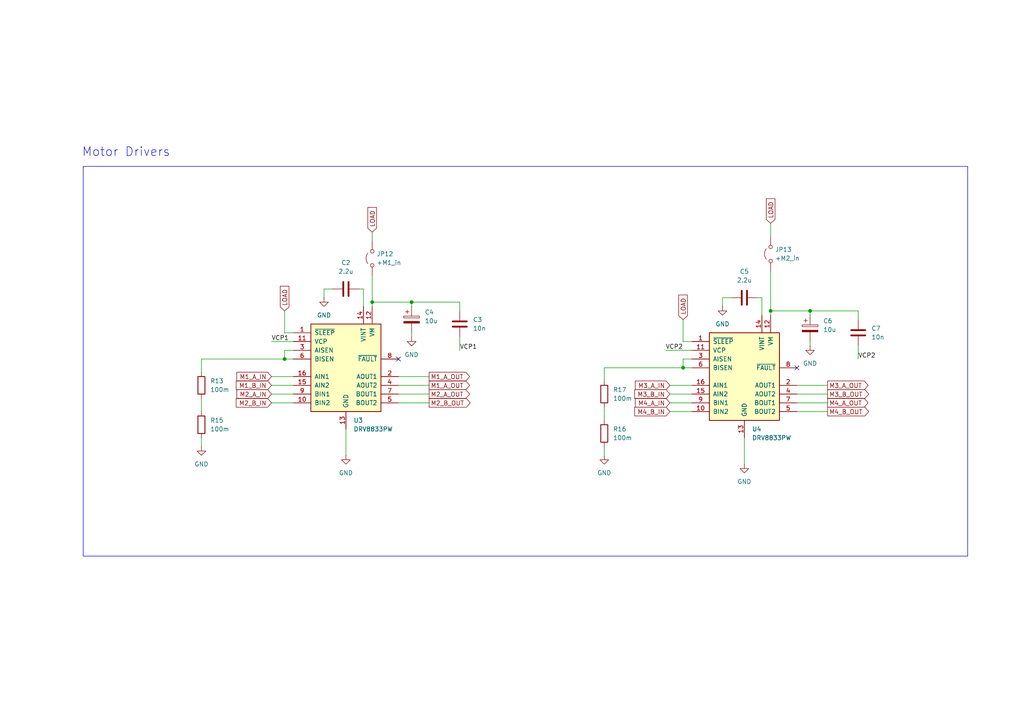
<source format=kicad_sch>
(kicad_sch (version 20231120) (generator "eeschema") (generator_version "8.0")
  (paper "A4")
  (title_block (title "Power Module") (date "2025-03-23") (rev "1") (company "University Of Cape Town") (comment 4 "Author: Khanzi Olwethu[KHNOLW003], Athenkosi Khonzani[KHNATH002]"))
  (lib_symbols
    (symbol "Device:C" (pin_numbers hide) (pin_names (offset 0.254))
      (property "Reference" "C" (at 0.635 2.54 0))
      (property "Value" "C" (at 0.635 -2.54 0))
      (symbol "C_0_1"
        (polyline (pts (xy -2.032 -0.762) (xy 2.032 -0.762)) (stroke (width 0.508)))
        (polyline (pts (xy -2.032 0.762) (xy 2.032 0.762)) (stroke (width 0.508)))
      )
      (symbol "C_1_1"
        (pin passive line (at 0 3.81 270) (length 2.794) (name "~") (number "1"))
        (pin passive line (at 0 -3.81 90) (length 2.794) (name "~") (number "2"))
      )
    )
    (symbol "Device:C_Polarized" (pin_numbers hide) (pin_names (offset 0.254))
      (property "Reference" "C" (at 0.635 2.54 0))
      (property "Value" "C_Polarized" (at 0.635 -2.54 0))
      (symbol "C_Polarized_0_1"
        (rectangle (start -2.286 0.508) (end 2.286 1.016))
        (polyline (pts (xy -1.778 2.286) (xy -0.762 2.286)))
        (polyline (pts (xy -1.27 2.794) (xy -1.27 1.778)))
        (rectangle (start 2.286 -0.508) (end -2.286 -1.016) (fill (type outline)))
      )
      (symbol "C_Polarized_1_1"
        (pin passive line (at 0 3.81 270) (length 2.794) (name "~") (number "1"))
        (pin passive line (at 0 -3.81 90) (length 2.794) (name "~") (number "2"))
      )
    )
    (symbol "Device:R" (pin_numbers hide) (pin_names (offset 0))
      (property "Reference" "R" (at 2.032 0 90))
      (property "Value" "R" (at 0 0 90))
      (symbol "R_0_1"
        (rectangle (start -1.016 -2.54) (end 1.016 2.54) (stroke (width 0.254)))
      )
      (symbol "R_1_1"
        (pin passive line (at 0 3.81 270) (length 1.27) (name "~") (number "1"))
        (pin passive line (at 0 -3.81 90) (length 1.27) (name "~") (number "2"))
      )
    )
    (symbol "Driver_Motor:DRV8833PW" (pin_names (offset 1.016))
      (property "Reference" "U" (at -3.81 16.51 0))
      (property "Value" "DRV8833PW" (at -3.81 13.97 0))
      (symbol "DRV8833PW_0_1"
        (rectangle (start -10.16 12.7) (end 10.16 -12.7) (stroke (width 0.254)) (fill (type background)))
      )
      (symbol "DRV8833PW_1_1"
        (pin input line (at -15.24 10.16 0) (length 5.08) (name "~{SLEEP}") (number "1"))
        (pin input line (at -15.24 -10.16 0) (length 5.08) (name "BIN2") (number "10"))
        (pin bidirectional line (at -15.24 7.62 0) (length 5.08) (name "VCP") (number "11"))
        (pin power_in line (at 7.62 17.78 270) (length 5.08) (name "VM") (number "12"))
        (pin power_in line (at 0 -17.78 90) (length 5.08) (name "GND") (number "13"))
        (pin power_in line (at 5.08 17.78 270) (length 5.08) (name "VINT") (number "14"))
        (pin input line (at -15.24 -5.08 0) (length 5.08) (name "AIN2") (number "15"))
        (pin input line (at -15.24 -2.54 0) (length 5.08) (name "AIN1") (number "16"))
        (pin power_out line (at 15.24 -2.54 180) (length 5.08) (name "AOUT1") (number "2"))
        (pin bidirectional line (at -15.24 5.08 0) (length 5.08) (name "AISEN") (number "3"))
        (pin power_out line (at 15.24 -5.08 180) (length 5.08) (name "AOUT2") (number "4"))
        (pin power_out line (at 15.24 -10.16 180) (length 5.08) (name "BOUT2") (number "5"))
        (pin bidirectional line (at -15.24 2.54 0) (length 5.08) (name "BISEN") (number "6"))
        (pin power_out line (at 15.24 -7.62 180) (length 5.08) (name "BOUT1") (number "7"))
        (pin open_collector line (at 15.24 2.54 180) (length 5.08) (name "~{FAULT}") (number "8"))
        (pin input line (at -15.24 -7.62 0) (length 5.08) (name "BIN1") (number "9"))
      )
    )
    (symbol "Jumper:Jumper_2_Open" (pin_numbers hide) (pin_names (offset 0) hide) (exclude_from_sim yes)
      (property "Reference" "JP" (at 0 2.794 0))
      (property "Value" "Jumper_2_Open" (at 0 -2.286 0))
      (symbol "Jumper_2_Open_0_0"
        (circle (center -2.032 0) (radius 0.508))
        (circle (center 2.032 0) (radius 0.508))
      )
      (symbol "Jumper_2_Open_0_1"
        (arc (start 1.524 1.27) (mid 0 1.778) (end -1.524 1.27))
      )
      (symbol "Jumper_2_Open_1_1"
        (pin passive line (at -5.08 0 0) (length 2.54) (name "A") (number "1"))
        (pin passive line (at 5.08 0 180) (length 2.54) (name "B") (number "2"))
      )
    )
    (symbol "power:GND" (power) (pin_numbers hide) (pin_names (offset 0) hide)
      (property "Value" "GND" (at 0 -3.81 0))
      (symbol "GND_0_1"
        (polyline (pts (xy 0 0) (xy 0 -1.27) (xy 1.27 -1.27) (xy 0 -2.54) (xy -1.27 -1.27) (xy 0 -1.27)))
      )
      (symbol "GND_1_1"
        (pin power_in line (at 0 0 270) (length 0) (name "~") (number "1"))
      )
    )
  )
  (junction (at 198.12 106.68))
  (junction (at 223.52 90.17))
  (junction (at 234.95 90.17))
  (junction (at 119.38 87.63))
  (junction (at 82.55 104.14))
  (junction (at 107.95 87.63))
  (no_connect (at 231.14 106.68))
  (no_connect (at 115.57 104.14))
  (wire (pts (xy 198.12 92.71) (xy 198.12 99.06)))
  (wire (pts (xy 82.55 101.6) (xy 85.09 101.6)))
  (wire (pts (xy 107.95 87.63) (xy 119.38 87.63)))
  (wire (pts (xy 93.98 83.82) (xy 96.52 83.82)))
  (wire (pts (xy 82.55 104.14) (xy 82.55 101.6)))
  (wire (pts (xy 248.92 100.33) (xy 248.92 104.14)))
  (wire (pts (xy 231.14 111.76) (xy 240.03 111.76)))
  (wire (pts (xy 231.14 116.84) (xy 240.03 116.84)))
  (wire (pts (xy 93.98 83.82) (xy 93.98 86.36)))
  (wire (pts (xy 82.55 90.17) (xy 82.55 96.52)))
  (wire (pts (xy 58.42 115.57) (xy 58.42 119.38)))
  (wire (pts (xy 194.31 111.76) (xy 200.66 111.76)))
  (wire (pts (xy 58.42 127) (xy 58.42 129.54)))
  (wire (pts (xy 231.14 114.3) (xy 240.03 114.3)))
  (wire (pts (xy 194.31 114.3) (xy 200.66 114.3)))
  (wire (pts (xy 85.09 96.52) (xy 82.55 96.52)))
  (wire (pts (xy 115.57 109.22) (xy 124.46 109.22)))
  (wire (pts (xy 78.74 109.22) (xy 85.09 109.22)))
  (wire (pts (xy 133.35 90.17) (xy 133.35 87.63)))
  (wire (pts (xy 115.57 111.76) (xy 124.46 111.76)))
  (wire (pts (xy 234.95 99.06) (xy 234.95 100.33)))
  (wire (pts (xy 200.66 99.06) (xy 198.12 99.06)))
  (wire (pts (xy 200.66 106.68) (xy 198.12 106.68)))
  (wire (pts (xy 78.74 114.3) (xy 85.09 114.3)))
  (wire (pts (xy 175.26 106.68) (xy 198.12 106.68)))
  (wire (pts (xy 119.38 87.63) (xy 133.35 87.63)))
  (wire (pts (xy 107.95 87.63) (xy 107.95 88.9)))
  (wire (pts (xy 223.52 64.77) (xy 223.52 68.58)))
  (wire (pts (xy 175.26 106.68) (xy 175.26 110.49)))
  (wire (pts (xy 223.52 78.74) (xy 223.52 90.17)))
  (wire (pts (xy 248.92 92.71) (xy 248.92 90.17)))
  (wire (pts (xy 105.41 83.82) (xy 104.14 83.82)))
  (wire (pts (xy 78.74 99.06) (xy 85.09 99.06)))
  (wire (pts (xy 133.35 97.79) (xy 133.35 101.6)))
  (wire (pts (xy 100.33 124.46) (xy 100.33 132.08)))
  (wire (pts (xy 119.38 87.63) (xy 119.38 88.9)))
  (wire (pts (xy 209.55 86.36) (xy 212.09 86.36)))
  (wire (pts (xy 220.98 91.44) (xy 220.98 86.36)))
  (wire (pts (xy 85.09 104.14) (xy 82.55 104.14)))
  (wire (pts (xy 231.14 119.38) (xy 240.03 119.38)))
  (wire (pts (xy 115.57 114.3) (xy 124.46 114.3)))
  (wire (pts (xy 78.74 111.76) (xy 85.09 111.76)))
  (wire (pts (xy 107.95 80.01) (xy 107.95 87.63)))
  (wire (pts (xy 194.31 119.38) (xy 200.66 119.38)))
  (wire (pts (xy 78.74 116.84) (xy 85.09 116.84)))
  (wire (pts (xy 194.31 116.84) (xy 200.66 116.84)))
  (wire (pts (xy 220.98 86.36) (xy 219.71 86.36)))
  (wire (pts (xy 175.26 129.54) (xy 175.26 132.08)))
  (wire (pts (xy 223.52 90.17) (xy 223.52 91.44)))
  (wire (pts (xy 223.52 90.17) (xy 234.95 90.17)))
  (wire (pts (xy 119.38 96.52) (xy 119.38 97.79)))
  (wire (pts (xy 175.26 118.11) (xy 175.26 121.92)))
  (wire (pts (xy 107.95 67.31) (xy 107.95 69.85)))
  (wire (pts (xy 198.12 106.68) (xy 198.12 104.14)))
  (wire (pts (xy 115.57 116.84) (xy 124.46 116.84)))
  (wire (pts (xy 234.95 90.17) (xy 234.95 91.44)))
  (wire (pts (xy 58.42 104.14) (xy 58.42 107.95)))
  (wire (pts (xy 105.41 88.9) (xy 105.41 83.82)))
  (wire (pts (xy 58.42 104.14) (xy 82.55 104.14)))
  (wire (pts (xy 193.04 101.6) (xy 200.66 101.6)))
  (wire (pts (xy 215.9 127) (xy 215.9 134.62)))
  (wire (pts (xy 234.95 90.17) (xy 248.92 90.17)))
  (wire (pts (xy 198.12 104.14) (xy 200.66 104.14)))
  (wire (pts (xy 209.55 86.36) (xy 209.55 88.9)))
  (rectangle (start 24.13 48.26) (end 280.67 161.29))
  (text "Motor Drivers" (at 36.576 44.196 0) (effects (font (size 2.54 2.54))))
  (label "VCP2" (at 193.04 101.6 0))
  (label "VCP2" (at 248.92 104.14 0))
  (label "VCP1" (at 78.74 99.06 0))
  (label "VCP1" (at 133.35 101.6 0))
  (global_label "LOAD" (shape input) (at 223.52 64.77 90) (property "Intersheetrefs" "${INTERSHEET_REFS}" (effects (hide yes))))
  (global_label "M1_A_IN" (shape input) (at 78.74 109.22 180) (property "Intersheetrefs" "${INTERSHEET_REFS}" (effects (hide yes))))
  (global_label "M4_A_OUT" (shape output) (at 240.03 116.84 0) (property "Intersheetrefs" "${INTERSHEET_REFS}" (effects (hide yes))))
  (global_label "M1_A_OUT" (shape output) (at 124.46 111.76 0) (property "Intersheetrefs" "${INTERSHEET_REFS}" (effects (hide yes))))
  (global_label "M2_A_OUT" (shape output) (at 124.46 114.3 0) (property "Intersheetrefs" "${INTERSHEET_REFS}" (effects (hide yes))))
  (global_label "LOAD" (shape input) (at 198.12 92.71 90) (property "Intersheetrefs" "${INTERSHEET_REFS}" (effects (hide yes))))
  (global_label "M1_A_OUT" (shape output) (at 124.46 109.22 0) (property "Intersheetrefs" "${INTERSHEET_REFS}" (effects (hide yes))))
  (global_label "LOAD" (shape input) (at 82.55 90.17 90) (property "Intersheetrefs" "${INTERSHEET_REFS}" (effects (hide yes))))
  (global_label "M2_B_IN" (shape input) (at 78.74 116.84 180) (property "Intersheetrefs" "${INTERSHEET_REFS}" (effects (hide yes))))
  (global_label "M3_B_OUT" (shape output) (at 240.03 114.3 0) (property "Intersheetrefs" "${INTERSHEET_REFS}" (effects (hide yes))))
  (global_label "M2_A_IN" (shape input) (at 78.74 114.3 180) (property "Intersheetrefs" "${INTERSHEET_REFS}" (effects (hide yes))))
  (global_label "M3_B_IN" (shape input) (at 194.31 114.3 180) (property "Intersheetrefs" "${INTERSHEET_REFS}" (effects (hide yes))))
  (global_label "LOAD" (shape input) (at 107.95 67.31 90) (property "Intersheetrefs" "${INTERSHEET_REFS}" (effects (hide yes))))
  (global_label "M3_A_IN" (shape input) (at 194.31 111.76 180) (property "Intersheetrefs" "${INTERSHEET_REFS}" (effects (hide yes))))
  (global_label "M4_B_IN" (shape input) (at 194.31 119.38 180) (property "Intersheetrefs" "${INTERSHEET_REFS}" (effects (hide yes))))
  (global_label "M3_A_OUT" (shape output) (at 240.03 111.76 0) (property "Intersheetrefs" "${INTERSHEET_REFS}" (effects (hide yes))))
  (global_label "M4_B_OUT" (shape output) (at 240.03 119.38 0) (property "Intersheetrefs" "${INTERSHEET_REFS}" (effects (hide yes))))
  (global_label "M2_B_OUT" (shape output) (at 124.46 116.84 0) (property "Intersheetrefs" "${INTERSHEET_REFS}" (effects (hide yes))))
  (global_label "M1_B_IN" (shape input) (at 78.74 111.76 180) (property "Intersheetrefs" "${INTERSHEET_REFS}" (effects (hide yes))))
  (global_label "M4_A_IN" (shape input) (at 194.31 116.84 180) (property "Intersheetrefs" "${INTERSHEET_REFS}" (effects (hide yes))))
  (symbol (lib_id "power:GND") (at 58.42 129.54 0) (unit 1)
    (property "Reference" "#PWR014" (effects (hide yes)))
    (property "Value" "GND" (at 58.42 134.62 0))
    (property "Description" "Power symbol creates a global label with name \"GND\" , ground" (effects (hide yes)))
  )
  (symbol (lib_id "power:GND") (at 93.98 86.36 0) (unit 1)
    (property "Reference" "#PWR015" (effects (hide yes)))
    (property "Value" "GND" (at 93.98 91.44 0))
    (property "Description" "Power symbol creates a global label with name \"GND\" , ground" (effects (hide yes)))
  )
  (symbol (lib_id "power:GND") (at 215.9 134.62 0) (unit 1)
    (property "Reference" "#PWR019" (effects (hide yes)))
    (property "Value" "GND" (at 215.9 139.7 0))
    (property "Description" "Power symbol creates a global label with name \"GND\" , ground" (effects (hide yes)))
  )
  (symbol (lib_id "Jumper:Jumper_2_Open") (at 107.95 74.93 90) (unit 1) (exclude_from_sim yes)
    (property "Reference" "JP12" (at 109.22 73.6599 90) (effects (justify right)))
    (property "Value" "+M1_in" (at 109.22 76.1999 90) (effects (justify right)))
    (property "Footprint" "Jumper:SolderJumper-2_P1.3mm_Open_RoundedPad1.0x1.5mm" (effects (hide yes)))
    (property "Description" "Jumper, 2-pole, open" (effects (hide yes)))
  )
  (symbol (lib_id "Driver_Motor:DRV8833PW") (at 215.9 109.22 0) (unit 1)
    (property "Reference" "U4" (at 218.0941 124.46 0) (effects (justify left)))
    (property "Value" "DRV8833PW" (at 218.0941 127 0) (effects (justify left)))
    (property "Footprint" "Package_SO:TSSOP-16_4.4x5mm_P0.65mm" (effects (hide yes)))
    (property "Datasheet" "http://www.ti.com/lit/ds/symlink/drv8833.pdf" (effects (hide yes)))
    (property "Description" "Dual H-Bridge Motor Driver, TSSOP-16" (effects (hide yes)))
    (property "LCSC" "C50506" (effects (hide yes)))
  )
  (symbol (lib_id "Device:C_Polarized") (at 119.38 92.71 0) (unit 1)
    (property "Reference" "C4" (at 123.19 90.5509 0) (effects (justify left)))
    (property "Value" "10u" (at 123.19 93.0909 0) (effects (justify left)))
    (property "Footprint" "Capacitor_SMD:C_0603_1608Metric_Pad1.08x0.95mm_HandSolder" (effects (hide yes)))
    (property "Description" "Polarized capacitor" (effects (hide yes)))
    (property "LCSC" "C19702" (effects (hide yes)))
  )
  (symbol (lib_id "Device:R") (at 175.26 114.3 0) (unit 1)
    (property "Reference" "R17" (at 177.8 113.0299 0) (effects (justify left)))
    (property "Value" "100m" (at 177.8 115.5699 0) (effects (justify left)))
    (property "Footprint" "Resistor_SMD:R_1206_3216Metric_Pad1.30x1.75mm_HandSolder" (effects (hide yes)))
    (property "Description" "Resistor" (effects (hide yes)))
    (property "LCSC" "C25334" (effects (hide yes)))
  )
  (symbol (lib_id "power:GND") (at 119.38 97.79 0) (unit 1)
    (property "Reference" "#PWR016" (effects (hide yes)))
    (property "Value" "GND" (at 119.38 102.87 0))
    (property "Description" "Power symbol creates a global label with name \"GND\" , ground" (effects (hide yes)))
  )
  (symbol (lib_id "Device:R") (at 58.42 123.19 0) (unit 1)
    (property "Reference" "R15" (at 60.96 121.9199 0) (effects (justify left)))
    (property "Value" "100m" (at 60.96 124.4599 0) (effects (justify left)))
    (property "Footprint" "Resistor_SMD:R_1206_3216Metric_Pad1.30x1.75mm_HandSolder" (effects (hide yes)))
    (property "Description" "Resistor" (effects (hide yes)))
    (property "LCSC" "C25334" (effects (hide yes)))
  )
  (symbol (lib_id "Device:C") (at 100.33 83.82 90) (unit 1)
    (property "Reference" "C2" (at 100.33 76.2 90))
    (property "Value" "2.2u" (at 100.33 78.74 90))
    (property "Footprint" "Capacitor_SMD:C_0603_1608Metric_Pad1.08x0.95mm_HandSolder" (effects (hide yes)))
    (property "Description" "Unpolarized capacitor" (effects (hide yes)))
    (property "LCSC" "C23630" (effects (hide yes)))
  )
  (symbol (lib_id "power:GND") (at 234.95 100.33 0) (unit 1)
    (property "Reference" "#PWR020" (effects (hide yes)))
    (property "Value" "GND" (at 234.95 105.41 0))
    (property "Description" "Power symbol creates a global label with name \"GND\" , ground" (effects (hide yes)))
  )
  (symbol (lib_id "power:GND") (at 209.55 88.9 0) (unit 1)
    (property "Reference" "#PWR018" (effects (hide yes)))
    (property "Value" "GND" (at 209.55 93.98 0))
    (property "Description" "Power symbol creates a global label with name \"GND\" , ground" (effects (hide yes)))
  )
  (symbol (lib_id "Device:C_Polarized") (at 234.95 95.25 0) (unit 1)
    (property "Reference" "C6" (at 238.76 93.0909 0) (effects (justify left)))
    (property "Value" "10u" (at 238.76 95.6309 0) (effects (justify left)))
    (property "Footprint" "Capacitor_SMD:C_0603_1608Metric_Pad1.08x0.95mm_HandSolder" (effects (hide yes)))
    (property "Description" "Polarized capacitor" (effects (hide yes)))
    (property "LCSC" "C19702" (effects (hide yes)))
  )
  (symbol (lib_id "Device:R") (at 58.42 111.76 0) (unit 1)
    (property "Reference" "R13" (at 60.96 110.4899 0) (effects (justify left)))
    (property "Value" "100m" (at 60.96 113.0299 0) (effects (justify left)))
    (property "Footprint" "Resistor_SMD:R_1206_3216Metric_Pad1.30x1.75mm_HandSolder" (effects (hide yes)))
    (property "Description" "Resistor" (effects (hide yes)))
    (property "LCSC" "C25334" (effects (hide yes)))
  )
  (symbol (lib_id "power:GND") (at 175.26 132.08 0) (unit 1)
    (property "Reference" "#PWR017" (effects (hide yes)))
    (property "Value" "GND" (at 175.26 137.16 0))
    (property "Description" "Power symbol creates a global label with name \"GND\" , ground" (effects (hide yes)))
  )
  (symbol (lib_id "power:GND") (at 100.33 132.08 0) (unit 1)
    (property "Reference" "#PWR013" (effects (hide yes)))
    (property "Value" "GND" (at 100.33 137.16 0))
    (property "Description" "Power symbol creates a global label with name \"GND\" , ground" (effects (hide yes)))
  )
  (symbol (lib_id "Driver_Motor:DRV8833PW") (at 100.33 106.68 0) (unit 1)
    (property "Reference" "U3" (at 102.5241 121.92 0) (effects (justify left)))
    (property "Value" "DRV8833PW" (at 102.5241 124.46 0) (effects (justify left)))
    (property "Footprint" "Package_SO:TSSOP-16_4.4x5mm_P0.65mm" (effects (hide yes)))
    (property "Datasheet" "http://www.ti.com/lit/ds/symlink/drv8833.pdf" (effects (hide yes)))
    (property "Description" "Dual H-Bridge Motor Driver, TSSOP-16" (effects (hide yes)))
    (property "LCSC" "C50506" (effects (hide yes)))
  )
  (symbol (lib_id "Device:C") (at 248.92 96.52 0) (unit 1)
    (property "Reference" "C7" (at 252.73 95.2499 0) (effects (justify left)))
    (property "Value" "10n" (at 252.73 97.7899 0) (effects (justify left)))
    (property "Footprint" "Capacitor_SMD:C_0603_1608Metric_Pad1.08x0.95mm_HandSolder" (effects (hide yes)))
    (property "Description" "Unpolarized capacitor" (effects (hide yes)))
    (property "LCSC" "C57112" (effects (hide yes)))
  )
  (symbol (lib_id "Device:R") (at 175.26 125.73 0) (unit 1)
    (property "Reference" "R16" (at 177.8 124.4599 0) (effects (justify left)))
    (property "Value" "100m" (at 177.8 126.9999 0) (effects (justify left)))
    (property "Footprint" "Resistor_SMD:R_1206_3216Metric_Pad1.30x1.75mm_HandSolder" (effects (hide yes)))
    (property "Description" "Resistor" (effects (hide yes)))
    (property "LCSC" "C25334" (effects (hide yes)))
  )
  (symbol (lib_id "Device:C") (at 215.9 86.36 90) (unit 1)
    (property "Reference" "C5" (at 215.9 78.74 90))
    (property "Value" "2.2u" (at 215.9 81.28 90))
    (property "Footprint" "Capacitor_SMD:C_0603_1608Metric_Pad1.08x0.95mm_HandSolder" (effects (hide yes)))
    (property "Description" "Unpolarized capacitor" (effects (hide yes)))
  )
  (symbol (lib_id "Jumper:Jumper_2_Open") (at 223.52 73.66 90) (unit 1) (exclude_from_sim yes)
    (property "Reference" "JP13" (at 224.79 72.3899 90) (effects (justify right)))
    (property "Value" "+M2_in" (at 224.79 74.9299 90) (effects (justify right)))
    (property "Footprint" "Jumper:SolderJumper-2_P1.3mm_Open_RoundedPad1.0x1.5mm" (effects (hide yes)))
    (property "Description" "Jumper, 2-pole, open" (effects (hide yes)))
  )
  (symbol (lib_id "Device:C") (at 133.35 93.98 0) (unit 1)
    (property "Reference" "C3" (at 137.16 92.7099 0) (effects (justify left)))
    (property "Value" "10n" (at 137.16 95.2499 0) (effects (justify left)))
    (property "Footprint" "Capacitor_SMD:C_0603_1608Metric_Pad1.08x0.95mm_HandSolder" (effects (hide yes)))
    (property "Description" "Unpolarized capacitor" (effects (hide yes)))
    (property "LCSC" "C57112" (effects (hide yes)))
  )
)
</source>
